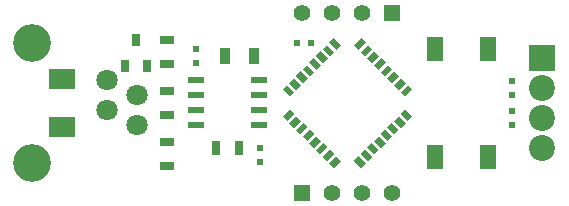
<source format=gbs>
G04 (created by PCBNEW (2013-mar-13)-testing) date Wed 10 Jun 2015 12:05:28 AM EDT*
%MOIN*%
G04 Gerber Fmt 3.4, Leading zero omitted, Abs format*
%FSLAX34Y34*%
G01*
G70*
G90*
G04 APERTURE LIST*
%ADD10C,0.005906*%
%ADD11R,0.045000X0.025000*%
%ADD12R,0.031500X0.039400*%
%ADD13R,0.025000X0.045000*%
%ADD14R,0.086614X0.086614*%
%ADD15C,0.086614*%
%ADD16R,0.035000X0.055000*%
%ADD17R,0.055100X0.023600*%
%ADD18C,0.125984*%
%ADD19C,0.070866*%
%ADD20R,0.055000X0.055000*%
%ADD21C,0.055000*%
%ADD22R,0.023622X0.021654*%
%ADD23R,0.021654X0.023622*%
%ADD24R,0.055118X0.082677*%
%ADD25R,0.086600X0.070900*%
G04 APERTURE END LIST*
G54D10*
G54D11*
X49500Y-45606D03*
X49500Y-46393D03*
G54D12*
X48450Y-43917D03*
X48075Y-44783D03*
X48825Y-44783D03*
G54D13*
X51893Y-47500D03*
X51106Y-47500D03*
G54D14*
X62000Y-44500D03*
G54D15*
X62000Y-45500D03*
X62000Y-46500D03*
X62000Y-47500D03*
G54D16*
X51407Y-44450D03*
X52392Y-44450D03*
G54D17*
X50450Y-45250D03*
X52550Y-45250D03*
X50450Y-45750D03*
X50450Y-46250D03*
X50450Y-46750D03*
X52550Y-45750D03*
X52550Y-46250D03*
X52550Y-46750D03*
G54D18*
X45000Y-44000D03*
X45000Y-48000D03*
G54D19*
X47500Y-45250D03*
X48500Y-45750D03*
X47500Y-46250D03*
X48500Y-46750D03*
G54D20*
X57000Y-43000D03*
G54D21*
X56000Y-43000D03*
X55000Y-43000D03*
X54000Y-43000D03*
G54D20*
X54000Y-49000D03*
G54D21*
X55000Y-49000D03*
X56000Y-49000D03*
X57000Y-49000D03*
G54D22*
X50450Y-44213D03*
X50450Y-44686D03*
G54D23*
X53813Y-44000D03*
X54286Y-44000D03*
G54D22*
X52600Y-47513D03*
X52600Y-47986D03*
X61000Y-46736D03*
X61000Y-46263D03*
X61000Y-45263D03*
X61000Y-45736D03*
G54D24*
X60185Y-47791D03*
X60185Y-44208D03*
X58414Y-47791D03*
X58414Y-44208D03*
G54D10*
G36*
X53487Y-46604D02*
X53336Y-46453D01*
X53573Y-46217D01*
X53723Y-46367D01*
X53487Y-46604D01*
X53487Y-46604D01*
G37*
G36*
X53709Y-46826D02*
X53559Y-46676D01*
X53796Y-46439D01*
X53946Y-46590D01*
X53709Y-46826D01*
X53709Y-46826D01*
G37*
G36*
X53932Y-47049D02*
X53782Y-46899D01*
X54018Y-46662D01*
X54169Y-46812D01*
X53932Y-47049D01*
X53932Y-47049D01*
G37*
G36*
X54155Y-47272D02*
X54005Y-47121D01*
X54241Y-46885D01*
X54392Y-47035D01*
X54155Y-47272D01*
X54155Y-47272D01*
G37*
G36*
X54378Y-47494D02*
X54227Y-47344D01*
X54464Y-47107D01*
X54614Y-47258D01*
X54378Y-47494D01*
X54378Y-47494D01*
G37*
G36*
X54600Y-47717D02*
X54450Y-47567D01*
X54687Y-47330D01*
X54837Y-47481D01*
X54600Y-47717D01*
X54600Y-47717D01*
G37*
G36*
X54823Y-47940D02*
X54673Y-47790D01*
X54909Y-47553D01*
X55060Y-47703D01*
X54823Y-47940D01*
X54823Y-47940D01*
G37*
G36*
X55046Y-48163D02*
X54895Y-48012D01*
X55132Y-47776D01*
X55282Y-47926D01*
X55046Y-48163D01*
X55046Y-48163D01*
G37*
G36*
X55046Y-48163D02*
X54895Y-48012D01*
X55132Y-47776D01*
X55282Y-47926D01*
X55046Y-48163D01*
X55046Y-48163D01*
G37*
G36*
X54823Y-47940D02*
X54673Y-47790D01*
X54909Y-47553D01*
X55060Y-47703D01*
X54823Y-47940D01*
X54823Y-47940D01*
G37*
G36*
X54600Y-47717D02*
X54450Y-47567D01*
X54687Y-47330D01*
X54837Y-47481D01*
X54600Y-47717D01*
X54600Y-47717D01*
G37*
G36*
X54378Y-47494D02*
X54227Y-47344D01*
X54464Y-47107D01*
X54614Y-47258D01*
X54378Y-47494D01*
X54378Y-47494D01*
G37*
G36*
X54155Y-47272D02*
X54005Y-47121D01*
X54241Y-46885D01*
X54392Y-47035D01*
X54155Y-47272D01*
X54155Y-47272D01*
G37*
G36*
X53932Y-47049D02*
X53782Y-46899D01*
X54018Y-46662D01*
X54169Y-46812D01*
X53932Y-47049D01*
X53932Y-47049D01*
G37*
G36*
X53709Y-46826D02*
X53559Y-46676D01*
X53796Y-46439D01*
X53946Y-46590D01*
X53709Y-46826D01*
X53709Y-46826D01*
G37*
G36*
X53487Y-46604D02*
X53336Y-46453D01*
X53573Y-46217D01*
X53723Y-46367D01*
X53487Y-46604D01*
X53487Y-46604D01*
G37*
G36*
X53487Y-46604D02*
X53336Y-46453D01*
X53573Y-46217D01*
X53723Y-46367D01*
X53487Y-46604D01*
X53487Y-46604D01*
G37*
G36*
X53709Y-46826D02*
X53559Y-46676D01*
X53796Y-46439D01*
X53946Y-46590D01*
X53709Y-46826D01*
X53709Y-46826D01*
G37*
G36*
X53932Y-47049D02*
X53782Y-46899D01*
X54018Y-46662D01*
X54169Y-46812D01*
X53932Y-47049D01*
X53932Y-47049D01*
G37*
G36*
X54155Y-47272D02*
X54005Y-47121D01*
X54241Y-46885D01*
X54392Y-47035D01*
X54155Y-47272D01*
X54155Y-47272D01*
G37*
G36*
X54378Y-47494D02*
X54227Y-47344D01*
X54464Y-47107D01*
X54614Y-47258D01*
X54378Y-47494D01*
X54378Y-47494D01*
G37*
G36*
X54600Y-47717D02*
X54450Y-47567D01*
X54687Y-47330D01*
X54837Y-47481D01*
X54600Y-47717D01*
X54600Y-47717D01*
G37*
G36*
X54823Y-47940D02*
X54673Y-47790D01*
X54909Y-47553D01*
X55060Y-47703D01*
X54823Y-47940D01*
X54823Y-47940D01*
G37*
G36*
X55046Y-48163D02*
X54895Y-48012D01*
X55132Y-47776D01*
X55282Y-47926D01*
X55046Y-48163D01*
X55046Y-48163D01*
G37*
G36*
X55046Y-48163D02*
X54895Y-48012D01*
X55132Y-47776D01*
X55282Y-47926D01*
X55046Y-48163D01*
X55046Y-48163D01*
G37*
G36*
X54823Y-47940D02*
X54673Y-47790D01*
X54909Y-47553D01*
X55060Y-47703D01*
X54823Y-47940D01*
X54823Y-47940D01*
G37*
G36*
X54600Y-47717D02*
X54450Y-47567D01*
X54687Y-47330D01*
X54837Y-47481D01*
X54600Y-47717D01*
X54600Y-47717D01*
G37*
G36*
X54378Y-47494D02*
X54227Y-47344D01*
X54464Y-47107D01*
X54614Y-47258D01*
X54378Y-47494D01*
X54378Y-47494D01*
G37*
G36*
X54155Y-47272D02*
X54005Y-47121D01*
X54241Y-46885D01*
X54392Y-47035D01*
X54155Y-47272D01*
X54155Y-47272D01*
G37*
G36*
X53932Y-47049D02*
X53782Y-46899D01*
X54018Y-46662D01*
X54169Y-46812D01*
X53932Y-47049D01*
X53932Y-47049D01*
G37*
G36*
X53709Y-46826D02*
X53559Y-46676D01*
X53796Y-46439D01*
X53946Y-46590D01*
X53709Y-46826D01*
X53709Y-46826D01*
G37*
G36*
X53487Y-46604D02*
X53336Y-46453D01*
X53573Y-46217D01*
X53723Y-46367D01*
X53487Y-46604D01*
X53487Y-46604D01*
G37*
G36*
X53573Y-45782D02*
X53336Y-45546D01*
X53487Y-45395D01*
X53723Y-45632D01*
X53573Y-45782D01*
X53573Y-45782D01*
G37*
G36*
X53796Y-45560D02*
X53559Y-45323D01*
X53709Y-45173D01*
X53946Y-45409D01*
X53796Y-45560D01*
X53796Y-45560D01*
G37*
G36*
X54018Y-45337D02*
X53782Y-45100D01*
X53932Y-44950D01*
X54169Y-45187D01*
X54018Y-45337D01*
X54018Y-45337D01*
G37*
G36*
X54241Y-45114D02*
X54005Y-44878D01*
X54155Y-44727D01*
X54392Y-44964D01*
X54241Y-45114D01*
X54241Y-45114D01*
G37*
G36*
X54464Y-44892D02*
X54227Y-44655D01*
X54378Y-44505D01*
X54614Y-44741D01*
X54464Y-44892D01*
X54464Y-44892D01*
G37*
G36*
X54687Y-44669D02*
X54450Y-44432D01*
X54600Y-44282D01*
X54837Y-44518D01*
X54687Y-44669D01*
X54687Y-44669D01*
G37*
G36*
X54909Y-44446D02*
X54673Y-44209D01*
X54823Y-44059D01*
X55060Y-44296D01*
X54909Y-44446D01*
X54909Y-44446D01*
G37*
G36*
X55132Y-44223D02*
X54895Y-43987D01*
X55046Y-43836D01*
X55282Y-44073D01*
X55132Y-44223D01*
X55132Y-44223D01*
G37*
G36*
X55867Y-44223D02*
X55717Y-44073D01*
X55953Y-43836D01*
X56104Y-43987D01*
X55867Y-44223D01*
X55867Y-44223D01*
G37*
G36*
X56090Y-44446D02*
X55939Y-44296D01*
X56176Y-44059D01*
X56326Y-44209D01*
X56090Y-44446D01*
X56090Y-44446D01*
G37*
G36*
X56312Y-44669D02*
X56162Y-44518D01*
X56399Y-44282D01*
X56549Y-44432D01*
X56312Y-44669D01*
X56312Y-44669D01*
G37*
G36*
X56535Y-44892D02*
X56385Y-44741D01*
X56621Y-44505D01*
X56772Y-44655D01*
X56535Y-44892D01*
X56535Y-44892D01*
G37*
G36*
X56758Y-45114D02*
X56607Y-44964D01*
X56844Y-44727D01*
X56994Y-44878D01*
X56758Y-45114D01*
X56758Y-45114D01*
G37*
G36*
X56981Y-45337D02*
X56830Y-45187D01*
X57067Y-44950D01*
X57217Y-45100D01*
X56981Y-45337D01*
X56981Y-45337D01*
G37*
G36*
X57203Y-45560D02*
X57053Y-45409D01*
X57290Y-45173D01*
X57440Y-45323D01*
X57203Y-45560D01*
X57203Y-45560D01*
G37*
G36*
X57426Y-45782D02*
X57276Y-45632D01*
X57512Y-45395D01*
X57663Y-45546D01*
X57426Y-45782D01*
X57426Y-45782D01*
G37*
G36*
X57512Y-46604D02*
X57276Y-46367D01*
X57426Y-46217D01*
X57663Y-46453D01*
X57512Y-46604D01*
X57512Y-46604D01*
G37*
G36*
X57290Y-46826D02*
X57053Y-46590D01*
X57203Y-46439D01*
X57440Y-46676D01*
X57290Y-46826D01*
X57290Y-46826D01*
G37*
G36*
X57067Y-47049D02*
X56830Y-46812D01*
X56981Y-46662D01*
X57217Y-46899D01*
X57067Y-47049D01*
X57067Y-47049D01*
G37*
G36*
X56844Y-47272D02*
X56607Y-47035D01*
X56758Y-46885D01*
X56994Y-47121D01*
X56844Y-47272D01*
X56844Y-47272D01*
G37*
G36*
X56621Y-47494D02*
X56385Y-47258D01*
X56535Y-47107D01*
X56772Y-47344D01*
X56621Y-47494D01*
X56621Y-47494D01*
G37*
G36*
X56399Y-47717D02*
X56162Y-47481D01*
X56312Y-47330D01*
X56549Y-47567D01*
X56399Y-47717D01*
X56399Y-47717D01*
G37*
G36*
X56176Y-47940D02*
X55939Y-47703D01*
X56090Y-47553D01*
X56326Y-47790D01*
X56176Y-47940D01*
X56176Y-47940D01*
G37*
G36*
X55953Y-48163D02*
X55717Y-47926D01*
X55867Y-47776D01*
X56104Y-48012D01*
X55953Y-48163D01*
X55953Y-48163D01*
G37*
G54D25*
X46000Y-45210D03*
X46000Y-46790D03*
G54D11*
X49500Y-43906D03*
X49500Y-44693D03*
X49500Y-47306D03*
X49500Y-48093D03*
M02*

</source>
